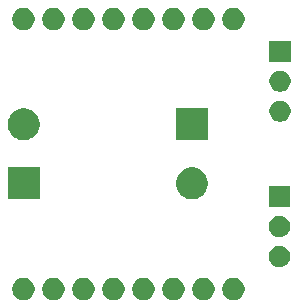
<source format=gbr>
G04 #@! TF.GenerationSoftware,KiCad,Pcbnew,(5.1.5)-3*
G04 #@! TF.CreationDate,2020-06-15T13:00:21-04:00*
G04 #@! TF.ProjectId,Wemo_Shield,57656d6f-5f53-4686-9965-6c642e6b6963,v1*
G04 #@! TF.SameCoordinates,Original*
G04 #@! TF.FileFunction,Soldermask,Top*
G04 #@! TF.FilePolarity,Negative*
%FSLAX46Y46*%
G04 Gerber Fmt 4.6, Leading zero omitted, Abs format (unit mm)*
G04 Created by KiCad (PCBNEW (5.1.5)-3) date 2020-06-15 13:00:21*
%MOMM*%
%LPD*%
G04 APERTURE LIST*
%ADD10C,0.100000*%
G04 APERTURE END LIST*
D10*
G36*
X145997395Y-110307570D02*
G01*
X146170466Y-110379258D01*
X146170467Y-110379259D01*
X146326227Y-110483334D01*
X146458690Y-110615797D01*
X146458691Y-110615799D01*
X146562766Y-110771558D01*
X146634454Y-110944629D01*
X146671000Y-111128357D01*
X146671000Y-111315691D01*
X146634454Y-111499419D01*
X146562766Y-111672490D01*
X146562765Y-111672491D01*
X146458690Y-111828251D01*
X146326227Y-111960714D01*
X146247818Y-112013105D01*
X146170466Y-112064790D01*
X145997395Y-112136478D01*
X145813667Y-112173024D01*
X145626333Y-112173024D01*
X145442605Y-112136478D01*
X145269534Y-112064790D01*
X145192182Y-112013105D01*
X145113773Y-111960714D01*
X144981310Y-111828251D01*
X144877235Y-111672491D01*
X144877234Y-111672490D01*
X144805546Y-111499419D01*
X144769000Y-111315691D01*
X144769000Y-111128357D01*
X144805546Y-110944629D01*
X144877234Y-110771558D01*
X144981309Y-110615799D01*
X144981310Y-110615797D01*
X145113773Y-110483334D01*
X145269533Y-110379259D01*
X145269534Y-110379258D01*
X145442605Y-110307570D01*
X145626333Y-110271024D01*
X145813667Y-110271024D01*
X145997395Y-110307570D01*
G37*
G36*
X143457395Y-110307570D02*
G01*
X143630466Y-110379258D01*
X143630467Y-110379259D01*
X143786227Y-110483334D01*
X143918690Y-110615797D01*
X143918691Y-110615799D01*
X144022766Y-110771558D01*
X144094454Y-110944629D01*
X144131000Y-111128357D01*
X144131000Y-111315691D01*
X144094454Y-111499419D01*
X144022766Y-111672490D01*
X144022765Y-111672491D01*
X143918690Y-111828251D01*
X143786227Y-111960714D01*
X143707818Y-112013105D01*
X143630466Y-112064790D01*
X143457395Y-112136478D01*
X143273667Y-112173024D01*
X143086333Y-112173024D01*
X142902605Y-112136478D01*
X142729534Y-112064790D01*
X142652182Y-112013105D01*
X142573773Y-111960714D01*
X142441310Y-111828251D01*
X142337235Y-111672491D01*
X142337234Y-111672490D01*
X142265546Y-111499419D01*
X142229000Y-111315691D01*
X142229000Y-111128357D01*
X142265546Y-110944629D01*
X142337234Y-110771558D01*
X142441309Y-110615799D01*
X142441310Y-110615797D01*
X142573773Y-110483334D01*
X142729533Y-110379259D01*
X142729534Y-110379258D01*
X142902605Y-110307570D01*
X143086333Y-110271024D01*
X143273667Y-110271024D01*
X143457395Y-110307570D01*
G37*
G36*
X140917395Y-110307570D02*
G01*
X141090466Y-110379258D01*
X141090467Y-110379259D01*
X141246227Y-110483334D01*
X141378690Y-110615797D01*
X141378691Y-110615799D01*
X141482766Y-110771558D01*
X141554454Y-110944629D01*
X141591000Y-111128357D01*
X141591000Y-111315691D01*
X141554454Y-111499419D01*
X141482766Y-111672490D01*
X141482765Y-111672491D01*
X141378690Y-111828251D01*
X141246227Y-111960714D01*
X141167818Y-112013105D01*
X141090466Y-112064790D01*
X140917395Y-112136478D01*
X140733667Y-112173024D01*
X140546333Y-112173024D01*
X140362605Y-112136478D01*
X140189534Y-112064790D01*
X140112182Y-112013105D01*
X140033773Y-111960714D01*
X139901310Y-111828251D01*
X139797235Y-111672491D01*
X139797234Y-111672490D01*
X139725546Y-111499419D01*
X139689000Y-111315691D01*
X139689000Y-111128357D01*
X139725546Y-110944629D01*
X139797234Y-110771558D01*
X139901309Y-110615799D01*
X139901310Y-110615797D01*
X140033773Y-110483334D01*
X140189533Y-110379259D01*
X140189534Y-110379258D01*
X140362605Y-110307570D01*
X140546333Y-110271024D01*
X140733667Y-110271024D01*
X140917395Y-110307570D01*
G37*
G36*
X138377395Y-110307570D02*
G01*
X138550466Y-110379258D01*
X138550467Y-110379259D01*
X138706227Y-110483334D01*
X138838690Y-110615797D01*
X138838691Y-110615799D01*
X138942766Y-110771558D01*
X139014454Y-110944629D01*
X139051000Y-111128357D01*
X139051000Y-111315691D01*
X139014454Y-111499419D01*
X138942766Y-111672490D01*
X138942765Y-111672491D01*
X138838690Y-111828251D01*
X138706227Y-111960714D01*
X138627818Y-112013105D01*
X138550466Y-112064790D01*
X138377395Y-112136478D01*
X138193667Y-112173024D01*
X138006333Y-112173024D01*
X137822605Y-112136478D01*
X137649534Y-112064790D01*
X137572182Y-112013105D01*
X137493773Y-111960714D01*
X137361310Y-111828251D01*
X137257235Y-111672491D01*
X137257234Y-111672490D01*
X137185546Y-111499419D01*
X137149000Y-111315691D01*
X137149000Y-111128357D01*
X137185546Y-110944629D01*
X137257234Y-110771558D01*
X137361309Y-110615799D01*
X137361310Y-110615797D01*
X137493773Y-110483334D01*
X137649533Y-110379259D01*
X137649534Y-110379258D01*
X137822605Y-110307570D01*
X138006333Y-110271024D01*
X138193667Y-110271024D01*
X138377395Y-110307570D01*
G37*
G36*
X135837395Y-110307570D02*
G01*
X136010466Y-110379258D01*
X136010467Y-110379259D01*
X136166227Y-110483334D01*
X136298690Y-110615797D01*
X136298691Y-110615799D01*
X136402766Y-110771558D01*
X136474454Y-110944629D01*
X136511000Y-111128357D01*
X136511000Y-111315691D01*
X136474454Y-111499419D01*
X136402766Y-111672490D01*
X136402765Y-111672491D01*
X136298690Y-111828251D01*
X136166227Y-111960714D01*
X136087818Y-112013105D01*
X136010466Y-112064790D01*
X135837395Y-112136478D01*
X135653667Y-112173024D01*
X135466333Y-112173024D01*
X135282605Y-112136478D01*
X135109534Y-112064790D01*
X135032182Y-112013105D01*
X134953773Y-111960714D01*
X134821310Y-111828251D01*
X134717235Y-111672491D01*
X134717234Y-111672490D01*
X134645546Y-111499419D01*
X134609000Y-111315691D01*
X134609000Y-111128357D01*
X134645546Y-110944629D01*
X134717234Y-110771558D01*
X134821309Y-110615799D01*
X134821310Y-110615797D01*
X134953773Y-110483334D01*
X135109533Y-110379259D01*
X135109534Y-110379258D01*
X135282605Y-110307570D01*
X135466333Y-110271024D01*
X135653667Y-110271024D01*
X135837395Y-110307570D01*
G37*
G36*
X133297395Y-110307570D02*
G01*
X133470466Y-110379258D01*
X133470467Y-110379259D01*
X133626227Y-110483334D01*
X133758690Y-110615797D01*
X133758691Y-110615799D01*
X133862766Y-110771558D01*
X133934454Y-110944629D01*
X133971000Y-111128357D01*
X133971000Y-111315691D01*
X133934454Y-111499419D01*
X133862766Y-111672490D01*
X133862765Y-111672491D01*
X133758690Y-111828251D01*
X133626227Y-111960714D01*
X133547818Y-112013105D01*
X133470466Y-112064790D01*
X133297395Y-112136478D01*
X133113667Y-112173024D01*
X132926333Y-112173024D01*
X132742605Y-112136478D01*
X132569534Y-112064790D01*
X132492182Y-112013105D01*
X132413773Y-111960714D01*
X132281310Y-111828251D01*
X132177235Y-111672491D01*
X132177234Y-111672490D01*
X132105546Y-111499419D01*
X132069000Y-111315691D01*
X132069000Y-111128357D01*
X132105546Y-110944629D01*
X132177234Y-110771558D01*
X132281309Y-110615799D01*
X132281310Y-110615797D01*
X132413773Y-110483334D01*
X132569533Y-110379259D01*
X132569534Y-110379258D01*
X132742605Y-110307570D01*
X132926333Y-110271024D01*
X133113667Y-110271024D01*
X133297395Y-110307570D01*
G37*
G36*
X148537395Y-110307570D02*
G01*
X148710466Y-110379258D01*
X148710467Y-110379259D01*
X148866227Y-110483334D01*
X148998690Y-110615797D01*
X148998691Y-110615799D01*
X149102766Y-110771558D01*
X149174454Y-110944629D01*
X149211000Y-111128357D01*
X149211000Y-111315691D01*
X149174454Y-111499419D01*
X149102766Y-111672490D01*
X149102765Y-111672491D01*
X148998690Y-111828251D01*
X148866227Y-111960714D01*
X148787818Y-112013105D01*
X148710466Y-112064790D01*
X148537395Y-112136478D01*
X148353667Y-112173024D01*
X148166333Y-112173024D01*
X147982605Y-112136478D01*
X147809534Y-112064790D01*
X147732182Y-112013105D01*
X147653773Y-111960714D01*
X147521310Y-111828251D01*
X147417235Y-111672491D01*
X147417234Y-111672490D01*
X147345546Y-111499419D01*
X147309000Y-111315691D01*
X147309000Y-111128357D01*
X147345546Y-110944629D01*
X147417234Y-110771558D01*
X147521309Y-110615799D01*
X147521310Y-110615797D01*
X147653773Y-110483334D01*
X147809533Y-110379259D01*
X147809534Y-110379258D01*
X147982605Y-110307570D01*
X148166333Y-110271024D01*
X148353667Y-110271024D01*
X148537395Y-110307570D01*
G37*
G36*
X151077395Y-110307570D02*
G01*
X151250466Y-110379258D01*
X151250467Y-110379259D01*
X151406227Y-110483334D01*
X151538690Y-110615797D01*
X151538691Y-110615799D01*
X151642766Y-110771558D01*
X151714454Y-110944629D01*
X151751000Y-111128357D01*
X151751000Y-111315691D01*
X151714454Y-111499419D01*
X151642766Y-111672490D01*
X151642765Y-111672491D01*
X151538690Y-111828251D01*
X151406227Y-111960714D01*
X151327818Y-112013105D01*
X151250466Y-112064790D01*
X151077395Y-112136478D01*
X150893667Y-112173024D01*
X150706333Y-112173024D01*
X150522605Y-112136478D01*
X150349534Y-112064790D01*
X150272182Y-112013105D01*
X150193773Y-111960714D01*
X150061310Y-111828251D01*
X149957235Y-111672491D01*
X149957234Y-111672490D01*
X149885546Y-111499419D01*
X149849000Y-111315691D01*
X149849000Y-111128357D01*
X149885546Y-110944629D01*
X149957234Y-110771558D01*
X150061309Y-110615799D01*
X150061310Y-110615797D01*
X150193773Y-110483334D01*
X150349533Y-110379259D01*
X150349534Y-110379258D01*
X150522605Y-110307570D01*
X150706333Y-110271024D01*
X150893667Y-110271024D01*
X151077395Y-110307570D01*
G37*
G36*
X154813512Y-107583927D02*
G01*
X154962812Y-107613624D01*
X155126784Y-107681544D01*
X155274354Y-107780147D01*
X155399853Y-107905646D01*
X155498456Y-108053216D01*
X155566376Y-108217188D01*
X155601000Y-108391259D01*
X155601000Y-108568741D01*
X155566376Y-108742812D01*
X155498456Y-108906784D01*
X155399853Y-109054354D01*
X155274354Y-109179853D01*
X155126784Y-109278456D01*
X154962812Y-109346376D01*
X154813512Y-109376073D01*
X154788742Y-109381000D01*
X154611258Y-109381000D01*
X154586488Y-109376073D01*
X154437188Y-109346376D01*
X154273216Y-109278456D01*
X154125646Y-109179853D01*
X154000147Y-109054354D01*
X153901544Y-108906784D01*
X153833624Y-108742812D01*
X153799000Y-108568741D01*
X153799000Y-108391259D01*
X153833624Y-108217188D01*
X153901544Y-108053216D01*
X154000147Y-107905646D01*
X154125646Y-107780147D01*
X154273216Y-107681544D01*
X154437188Y-107613624D01*
X154586488Y-107583927D01*
X154611258Y-107579000D01*
X154788742Y-107579000D01*
X154813512Y-107583927D01*
G37*
G36*
X154813512Y-105043927D02*
G01*
X154962812Y-105073624D01*
X155126784Y-105141544D01*
X155274354Y-105240147D01*
X155399853Y-105365646D01*
X155498456Y-105513216D01*
X155566376Y-105677188D01*
X155601000Y-105851259D01*
X155601000Y-106028741D01*
X155566376Y-106202812D01*
X155498456Y-106366784D01*
X155399853Y-106514354D01*
X155274354Y-106639853D01*
X155126784Y-106738456D01*
X154962812Y-106806376D01*
X154813512Y-106836073D01*
X154788742Y-106841000D01*
X154611258Y-106841000D01*
X154586488Y-106836073D01*
X154437188Y-106806376D01*
X154273216Y-106738456D01*
X154125646Y-106639853D01*
X154000147Y-106514354D01*
X153901544Y-106366784D01*
X153833624Y-106202812D01*
X153799000Y-106028741D01*
X153799000Y-105851259D01*
X153833624Y-105677188D01*
X153901544Y-105513216D01*
X154000147Y-105365646D01*
X154125646Y-105240147D01*
X154273216Y-105141544D01*
X154437188Y-105073624D01*
X154586488Y-105043927D01*
X154611258Y-105039000D01*
X154788742Y-105039000D01*
X154813512Y-105043927D01*
G37*
G36*
X155601000Y-104301000D02*
G01*
X153799000Y-104301000D01*
X153799000Y-102499000D01*
X155601000Y-102499000D01*
X155601000Y-104301000D01*
G37*
G36*
X134401000Y-103642012D02*
G01*
X131699000Y-103642012D01*
X131699000Y-100940012D01*
X134401000Y-100940012D01*
X134401000Y-103642012D01*
G37*
G36*
X147694072Y-100991930D02*
G01*
X147939939Y-101093771D01*
X148161212Y-101241622D01*
X148349390Y-101429800D01*
X148497241Y-101651073D01*
X148599082Y-101896940D01*
X148651000Y-102157950D01*
X148651000Y-102424074D01*
X148599082Y-102685084D01*
X148497241Y-102930951D01*
X148349390Y-103152224D01*
X148161212Y-103340402D01*
X147939939Y-103488253D01*
X147939938Y-103488254D01*
X147939937Y-103488254D01*
X147694072Y-103590094D01*
X147433063Y-103642012D01*
X147166937Y-103642012D01*
X146905928Y-103590094D01*
X146660063Y-103488254D01*
X146660062Y-103488254D01*
X146660061Y-103488253D01*
X146438788Y-103340402D01*
X146250610Y-103152224D01*
X146102759Y-102930951D01*
X146000918Y-102685084D01*
X145949000Y-102424074D01*
X145949000Y-102157950D01*
X146000918Y-101896940D01*
X146102759Y-101651073D01*
X146250610Y-101429800D01*
X146438788Y-101241622D01*
X146660061Y-101093771D01*
X146905928Y-100991930D01*
X147166937Y-100940012D01*
X147433063Y-100940012D01*
X147694072Y-100991930D01*
G37*
G36*
X133444072Y-95991930D02*
G01*
X133683875Y-96091259D01*
X133689939Y-96093771D01*
X133801328Y-96168199D01*
X133911211Y-96241621D01*
X134099391Y-96429801D01*
X134247242Y-96651075D01*
X134349082Y-96896940D01*
X134378807Y-97046375D01*
X134401000Y-97157950D01*
X134401000Y-97424074D01*
X134349082Y-97685084D01*
X134247241Y-97930951D01*
X134099390Y-98152224D01*
X133911212Y-98340402D01*
X133689939Y-98488253D01*
X133689938Y-98488254D01*
X133689937Y-98488254D01*
X133444072Y-98590094D01*
X133183063Y-98642012D01*
X132916937Y-98642012D01*
X132655928Y-98590094D01*
X132410063Y-98488254D01*
X132410062Y-98488254D01*
X132410061Y-98488253D01*
X132188788Y-98340402D01*
X132000610Y-98152224D01*
X131852759Y-97930951D01*
X131750918Y-97685084D01*
X131699000Y-97424074D01*
X131699000Y-97157950D01*
X131721194Y-97046375D01*
X131750918Y-96896940D01*
X131852758Y-96651075D01*
X132000609Y-96429801D01*
X132188789Y-96241621D01*
X132298672Y-96168199D01*
X132410061Y-96093771D01*
X132416126Y-96091259D01*
X132655928Y-95991930D01*
X132916937Y-95940012D01*
X133183063Y-95940012D01*
X133444072Y-95991930D01*
G37*
G36*
X148651000Y-98642012D02*
G01*
X145949000Y-98642012D01*
X145949000Y-95940012D01*
X148651000Y-95940012D01*
X148651000Y-98642012D01*
G37*
G36*
X154863512Y-95283927D02*
G01*
X155012812Y-95313624D01*
X155176784Y-95381544D01*
X155324354Y-95480147D01*
X155449853Y-95605646D01*
X155548456Y-95753216D01*
X155616376Y-95917188D01*
X155651000Y-96091259D01*
X155651000Y-96268741D01*
X155616376Y-96442812D01*
X155548456Y-96606784D01*
X155449853Y-96754354D01*
X155324354Y-96879853D01*
X155176784Y-96978456D01*
X155012812Y-97046376D01*
X154863512Y-97076073D01*
X154838742Y-97081000D01*
X154661258Y-97081000D01*
X154636488Y-97076073D01*
X154487188Y-97046376D01*
X154323216Y-96978456D01*
X154175646Y-96879853D01*
X154050147Y-96754354D01*
X153951544Y-96606784D01*
X153883624Y-96442812D01*
X153849000Y-96268741D01*
X153849000Y-96091259D01*
X153883624Y-95917188D01*
X153951544Y-95753216D01*
X154050147Y-95605646D01*
X154175646Y-95480147D01*
X154323216Y-95381544D01*
X154487188Y-95313624D01*
X154636488Y-95283927D01*
X154661258Y-95279000D01*
X154838742Y-95279000D01*
X154863512Y-95283927D01*
G37*
G36*
X154863512Y-92743927D02*
G01*
X155012812Y-92773624D01*
X155176784Y-92841544D01*
X155324354Y-92940147D01*
X155449853Y-93065646D01*
X155548456Y-93213216D01*
X155616376Y-93377188D01*
X155651000Y-93551259D01*
X155651000Y-93728741D01*
X155616376Y-93902812D01*
X155548456Y-94066784D01*
X155449853Y-94214354D01*
X155324354Y-94339853D01*
X155176784Y-94438456D01*
X155012812Y-94506376D01*
X154863512Y-94536073D01*
X154838742Y-94541000D01*
X154661258Y-94541000D01*
X154636488Y-94536073D01*
X154487188Y-94506376D01*
X154323216Y-94438456D01*
X154175646Y-94339853D01*
X154050147Y-94214354D01*
X153951544Y-94066784D01*
X153883624Y-93902812D01*
X153849000Y-93728741D01*
X153849000Y-93551259D01*
X153883624Y-93377188D01*
X153951544Y-93213216D01*
X154050147Y-93065646D01*
X154175646Y-92940147D01*
X154323216Y-92841544D01*
X154487188Y-92773624D01*
X154636488Y-92743927D01*
X154661258Y-92739000D01*
X154838742Y-92739000D01*
X154863512Y-92743927D01*
G37*
G36*
X155651000Y-92001000D02*
G01*
X153849000Y-92001000D01*
X153849000Y-90199000D01*
X155651000Y-90199000D01*
X155651000Y-92001000D01*
G37*
G36*
X143457395Y-87447570D02*
G01*
X143630466Y-87519258D01*
X143630467Y-87519259D01*
X143786227Y-87623334D01*
X143918690Y-87755797D01*
X143918691Y-87755799D01*
X144022766Y-87911558D01*
X144094454Y-88084629D01*
X144131000Y-88268357D01*
X144131000Y-88455691D01*
X144094454Y-88639419D01*
X144022766Y-88812490D01*
X144022765Y-88812491D01*
X143918690Y-88968251D01*
X143786227Y-89100714D01*
X143707818Y-89153105D01*
X143630466Y-89204790D01*
X143457395Y-89276478D01*
X143273667Y-89313024D01*
X143086333Y-89313024D01*
X142902605Y-89276478D01*
X142729534Y-89204790D01*
X142652182Y-89153105D01*
X142573773Y-89100714D01*
X142441310Y-88968251D01*
X142337235Y-88812491D01*
X142337234Y-88812490D01*
X142265546Y-88639419D01*
X142229000Y-88455691D01*
X142229000Y-88268357D01*
X142265546Y-88084629D01*
X142337234Y-87911558D01*
X142441309Y-87755799D01*
X142441310Y-87755797D01*
X142573773Y-87623334D01*
X142729533Y-87519259D01*
X142729534Y-87519258D01*
X142902605Y-87447570D01*
X143086333Y-87411024D01*
X143273667Y-87411024D01*
X143457395Y-87447570D01*
G37*
G36*
X133297395Y-87447570D02*
G01*
X133470466Y-87519258D01*
X133470467Y-87519259D01*
X133626227Y-87623334D01*
X133758690Y-87755797D01*
X133758691Y-87755799D01*
X133862766Y-87911558D01*
X133934454Y-88084629D01*
X133971000Y-88268357D01*
X133971000Y-88455691D01*
X133934454Y-88639419D01*
X133862766Y-88812490D01*
X133862765Y-88812491D01*
X133758690Y-88968251D01*
X133626227Y-89100714D01*
X133547818Y-89153105D01*
X133470466Y-89204790D01*
X133297395Y-89276478D01*
X133113667Y-89313024D01*
X132926333Y-89313024D01*
X132742605Y-89276478D01*
X132569534Y-89204790D01*
X132492182Y-89153105D01*
X132413773Y-89100714D01*
X132281310Y-88968251D01*
X132177235Y-88812491D01*
X132177234Y-88812490D01*
X132105546Y-88639419D01*
X132069000Y-88455691D01*
X132069000Y-88268357D01*
X132105546Y-88084629D01*
X132177234Y-87911558D01*
X132281309Y-87755799D01*
X132281310Y-87755797D01*
X132413773Y-87623334D01*
X132569533Y-87519259D01*
X132569534Y-87519258D01*
X132742605Y-87447570D01*
X132926333Y-87411024D01*
X133113667Y-87411024D01*
X133297395Y-87447570D01*
G37*
G36*
X135837395Y-87447570D02*
G01*
X136010466Y-87519258D01*
X136010467Y-87519259D01*
X136166227Y-87623334D01*
X136298690Y-87755797D01*
X136298691Y-87755799D01*
X136402766Y-87911558D01*
X136474454Y-88084629D01*
X136511000Y-88268357D01*
X136511000Y-88455691D01*
X136474454Y-88639419D01*
X136402766Y-88812490D01*
X136402765Y-88812491D01*
X136298690Y-88968251D01*
X136166227Y-89100714D01*
X136087818Y-89153105D01*
X136010466Y-89204790D01*
X135837395Y-89276478D01*
X135653667Y-89313024D01*
X135466333Y-89313024D01*
X135282605Y-89276478D01*
X135109534Y-89204790D01*
X135032182Y-89153105D01*
X134953773Y-89100714D01*
X134821310Y-88968251D01*
X134717235Y-88812491D01*
X134717234Y-88812490D01*
X134645546Y-88639419D01*
X134609000Y-88455691D01*
X134609000Y-88268357D01*
X134645546Y-88084629D01*
X134717234Y-87911558D01*
X134821309Y-87755799D01*
X134821310Y-87755797D01*
X134953773Y-87623334D01*
X135109533Y-87519259D01*
X135109534Y-87519258D01*
X135282605Y-87447570D01*
X135466333Y-87411024D01*
X135653667Y-87411024D01*
X135837395Y-87447570D01*
G37*
G36*
X138377395Y-87447570D02*
G01*
X138550466Y-87519258D01*
X138550467Y-87519259D01*
X138706227Y-87623334D01*
X138838690Y-87755797D01*
X138838691Y-87755799D01*
X138942766Y-87911558D01*
X139014454Y-88084629D01*
X139051000Y-88268357D01*
X139051000Y-88455691D01*
X139014454Y-88639419D01*
X138942766Y-88812490D01*
X138942765Y-88812491D01*
X138838690Y-88968251D01*
X138706227Y-89100714D01*
X138627818Y-89153105D01*
X138550466Y-89204790D01*
X138377395Y-89276478D01*
X138193667Y-89313024D01*
X138006333Y-89313024D01*
X137822605Y-89276478D01*
X137649534Y-89204790D01*
X137572182Y-89153105D01*
X137493773Y-89100714D01*
X137361310Y-88968251D01*
X137257235Y-88812491D01*
X137257234Y-88812490D01*
X137185546Y-88639419D01*
X137149000Y-88455691D01*
X137149000Y-88268357D01*
X137185546Y-88084629D01*
X137257234Y-87911558D01*
X137361309Y-87755799D01*
X137361310Y-87755797D01*
X137493773Y-87623334D01*
X137649533Y-87519259D01*
X137649534Y-87519258D01*
X137822605Y-87447570D01*
X138006333Y-87411024D01*
X138193667Y-87411024D01*
X138377395Y-87447570D01*
G37*
G36*
X140917395Y-87447570D02*
G01*
X141090466Y-87519258D01*
X141090467Y-87519259D01*
X141246227Y-87623334D01*
X141378690Y-87755797D01*
X141378691Y-87755799D01*
X141482766Y-87911558D01*
X141554454Y-88084629D01*
X141591000Y-88268357D01*
X141591000Y-88455691D01*
X141554454Y-88639419D01*
X141482766Y-88812490D01*
X141482765Y-88812491D01*
X141378690Y-88968251D01*
X141246227Y-89100714D01*
X141167818Y-89153105D01*
X141090466Y-89204790D01*
X140917395Y-89276478D01*
X140733667Y-89313024D01*
X140546333Y-89313024D01*
X140362605Y-89276478D01*
X140189534Y-89204790D01*
X140112182Y-89153105D01*
X140033773Y-89100714D01*
X139901310Y-88968251D01*
X139797235Y-88812491D01*
X139797234Y-88812490D01*
X139725546Y-88639419D01*
X139689000Y-88455691D01*
X139689000Y-88268357D01*
X139725546Y-88084629D01*
X139797234Y-87911558D01*
X139901309Y-87755799D01*
X139901310Y-87755797D01*
X140033773Y-87623334D01*
X140189533Y-87519259D01*
X140189534Y-87519258D01*
X140362605Y-87447570D01*
X140546333Y-87411024D01*
X140733667Y-87411024D01*
X140917395Y-87447570D01*
G37*
G36*
X151077395Y-87447570D02*
G01*
X151250466Y-87519258D01*
X151250467Y-87519259D01*
X151406227Y-87623334D01*
X151538690Y-87755797D01*
X151538691Y-87755799D01*
X151642766Y-87911558D01*
X151714454Y-88084629D01*
X151751000Y-88268357D01*
X151751000Y-88455691D01*
X151714454Y-88639419D01*
X151642766Y-88812490D01*
X151642765Y-88812491D01*
X151538690Y-88968251D01*
X151406227Y-89100714D01*
X151327818Y-89153105D01*
X151250466Y-89204790D01*
X151077395Y-89276478D01*
X150893667Y-89313024D01*
X150706333Y-89313024D01*
X150522605Y-89276478D01*
X150349534Y-89204790D01*
X150272182Y-89153105D01*
X150193773Y-89100714D01*
X150061310Y-88968251D01*
X149957235Y-88812491D01*
X149957234Y-88812490D01*
X149885546Y-88639419D01*
X149849000Y-88455691D01*
X149849000Y-88268357D01*
X149885546Y-88084629D01*
X149957234Y-87911558D01*
X150061309Y-87755799D01*
X150061310Y-87755797D01*
X150193773Y-87623334D01*
X150349533Y-87519259D01*
X150349534Y-87519258D01*
X150522605Y-87447570D01*
X150706333Y-87411024D01*
X150893667Y-87411024D01*
X151077395Y-87447570D01*
G37*
G36*
X148537395Y-87447570D02*
G01*
X148710466Y-87519258D01*
X148710467Y-87519259D01*
X148866227Y-87623334D01*
X148998690Y-87755797D01*
X148998691Y-87755799D01*
X149102766Y-87911558D01*
X149174454Y-88084629D01*
X149211000Y-88268357D01*
X149211000Y-88455691D01*
X149174454Y-88639419D01*
X149102766Y-88812490D01*
X149102765Y-88812491D01*
X148998690Y-88968251D01*
X148866227Y-89100714D01*
X148787818Y-89153105D01*
X148710466Y-89204790D01*
X148537395Y-89276478D01*
X148353667Y-89313024D01*
X148166333Y-89313024D01*
X147982605Y-89276478D01*
X147809534Y-89204790D01*
X147732182Y-89153105D01*
X147653773Y-89100714D01*
X147521310Y-88968251D01*
X147417235Y-88812491D01*
X147417234Y-88812490D01*
X147345546Y-88639419D01*
X147309000Y-88455691D01*
X147309000Y-88268357D01*
X147345546Y-88084629D01*
X147417234Y-87911558D01*
X147521309Y-87755799D01*
X147521310Y-87755797D01*
X147653773Y-87623334D01*
X147809533Y-87519259D01*
X147809534Y-87519258D01*
X147982605Y-87447570D01*
X148166333Y-87411024D01*
X148353667Y-87411024D01*
X148537395Y-87447570D01*
G37*
G36*
X145997395Y-87447570D02*
G01*
X146170466Y-87519258D01*
X146170467Y-87519259D01*
X146326227Y-87623334D01*
X146458690Y-87755797D01*
X146458691Y-87755799D01*
X146562766Y-87911558D01*
X146634454Y-88084629D01*
X146671000Y-88268357D01*
X146671000Y-88455691D01*
X146634454Y-88639419D01*
X146562766Y-88812490D01*
X146562765Y-88812491D01*
X146458690Y-88968251D01*
X146326227Y-89100714D01*
X146247818Y-89153105D01*
X146170466Y-89204790D01*
X145997395Y-89276478D01*
X145813667Y-89313024D01*
X145626333Y-89313024D01*
X145442605Y-89276478D01*
X145269534Y-89204790D01*
X145192182Y-89153105D01*
X145113773Y-89100714D01*
X144981310Y-88968251D01*
X144877235Y-88812491D01*
X144877234Y-88812490D01*
X144805546Y-88639419D01*
X144769000Y-88455691D01*
X144769000Y-88268357D01*
X144805546Y-88084629D01*
X144877234Y-87911558D01*
X144981309Y-87755799D01*
X144981310Y-87755797D01*
X145113773Y-87623334D01*
X145269533Y-87519259D01*
X145269534Y-87519258D01*
X145442605Y-87447570D01*
X145626333Y-87411024D01*
X145813667Y-87411024D01*
X145997395Y-87447570D01*
G37*
M02*

</source>
